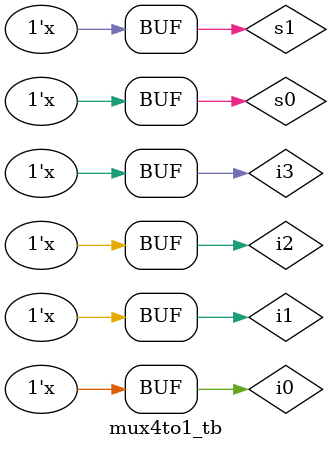
<source format=v>
module mux4to1 (out, i0, i1, i2, i3, s0, s1);
output reg out;
input i0, i1, i2, i3;
input s1, s0;

always @(s1 or s0 or i0 or i1 or i2 or i3)
    case({s0, s1}) //s0, s1À» ±×·ìÈ­
        0: out <= i0;
        1: out <= i1;
        2: out <= i2;
        default: out <= i3;
    endcase
endmodule

// mux4to1_tb.v
`timescale 1ns/1ns
module mux4to1_tb;
reg i0, i1, i2, i3, s0, s1;
wire out;
mux4to1 mux4to1_tb0 (
    .i0(i0),
    .i1(i1),
    .i2(i2),
    .i3(i3),
    .s0(s0),
    .s1(s1),
    .out(out)
);

initial
    begin
        s0 = 0;
        s1 = 0;
        i0 = 0;
        i1 = 0;
        i2 = 0;
        i3 = 0;
    end
    always #10 s0 = ~s0;
    always #5 s1 = ~s1;
    always #15 i0 = ~i0;
    always #5 i1 = ~i1;
    always #20 i2 = ~i2;
    always #10 i3 = ~i3;

endmodule

</source>
